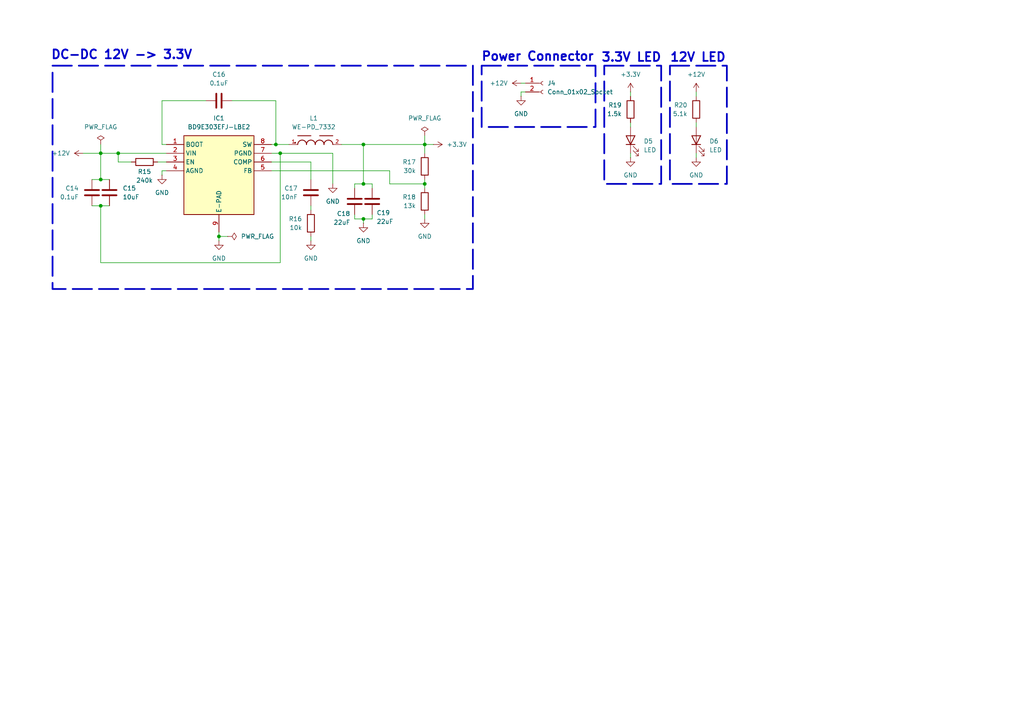
<source format=kicad_sch>
(kicad_sch (version 20231120) (generator "eeschema") (generator_version "8.0")
  (paper "A4")
  (title_block (title "Power_Rail") (date "2025-12-10") (rev "V0.1") (company "Drag0th"))
  (lib_symbols
    (symbol "Connector:Conn_01x02_Socket" (pin_names (offset 1.016) hide)
      (property "Reference" "J" (at 0 2.54 0))
      (property "Value" "Conn_01x02_Socket" (at 0 -5.08 0))
      (symbol "Conn_01x02_Socket_1_1"
        (arc (start 0 -2.032) (mid -0.5058 -2.54) (end 0 -3.048) (stroke (width 0.1524)))
        (polyline (pts (xy -1.27 -2.54) (xy -0.508 -2.54)) (stroke (width 0.1524)))
        (polyline (pts (xy -1.27 0) (xy -0.508 0)) (stroke (width 0.1524)))
        (arc (start 0 0.508) (mid -0.5058 0) (end 0 -0.508) (stroke (width 0.1524)))
        (pin passive line (at -5.08 0 0) (length 3.81) (name "Pin_1") (number "1"))
        (pin passive line (at -5.08 -2.54 0) (length 3.81) (name "Pin_2") (number "2"))
      )
    )
    (symbol "Device:C" (pin_numbers hide) (pin_names (offset 0.254))
      (property "Reference" "C" (at 0.635 2.54 0))
      (property "Value" "C" (at 0.635 -2.54 0))
      (symbol "C_0_1"
        (polyline (pts (xy -2.032 -0.762) (xy 2.032 -0.762)) (stroke (width 0.508)))
        (polyline (pts (xy -2.032 0.762) (xy 2.032 0.762)) (stroke (width 0.508)))
      )
      (symbol "C_1_1"
        (pin passive line (at 0 3.81 270) (length 2.794) (name "~") (number "1"))
        (pin passive line (at 0 -3.81 90) (length 2.794) (name "~") (number "2"))
      )
    )
    (symbol "Device:LED" (pin_numbers hide) (pin_names (offset 1.016) hide)
      (property "Reference" "D" (at 0 2.54 0))
      (property "Value" "LED" (at 0 -2.54 0))
      (symbol "LED_0_1"
        (polyline (pts (xy -1.27 -1.27) (xy -1.27 1.27)) (stroke (width 0.254)))
        (polyline (pts (xy -1.27 0) (xy 1.27 0)))
        (polyline (pts (xy 1.27 -1.27) (xy 1.27 1.27) (xy -1.27 0) (xy 1.27 -1.27)) (stroke (width 0.254)))
        (polyline (pts (xy -3.048 -0.762) (xy -4.572 -2.286) (xy -3.81 -2.286) (xy -4.572 -2.286) (xy -4.572 -1.524)))
        (polyline (pts (xy -1.778 -0.762) (xy -3.302 -2.286) (xy -2.54 -2.286) (xy -3.302 -2.286) (xy -3.302 -1.524)))
      )
      (symbol "LED_1_1"
        (pin passive line (at -3.81 0 0) (length 2.54) (name "K") (number "1"))
        (pin passive line (at 3.81 0 180) (length 2.54) (name "A") (number "2"))
      )
    )
    (symbol "Device:R" (pin_numbers hide) (pin_names (offset 0))
      (property "Reference" "R" (at 2.032 0 90))
      (property "Value" "R" (at 0 0 90))
      (symbol "R_0_1"
        (rectangle (start -1.016 -2.54) (end 1.016 2.54) (stroke (width 0.254)))
      )
      (symbol "R_1_1"
        (pin passive line (at 0 3.81 270) (length 1.27) (name "~") (number "1"))
        (pin passive line (at 0 -3.81 90) (length 1.27) (name "~") (number "2"))
      )
    )
    (symbol "KSZ_KiCad_Symbol_Library:BD9E303EFJ-LBE2"
      (property "Reference" "IC" (at 26.67 7.62 0))
      (property "Value" "BD9E303EFJ-LBE2" (at 26.67 5.08 0))
      (symbol "BD9E303EFJ-LBE2_1_1"
        (rectangle (start 5.08 2.54) (end 25.4 -20.32) (stroke (width 0.254)) (fill (type background)))
        (pin passive line (at 0 0 0) (length 5.08) (name "BOOT") (number "1"))
        (pin passive line (at 0 -2.54 0) (length 5.08) (name "VIN") (number "2"))
        (pin passive line (at 0 -5.08 0) (length 5.08) (name "EN") (number "3"))
        (pin passive line (at 0 -7.62 0) (length 5.08) (name "AGND") (number "4"))
        (pin passive line (at 30.48 -7.62 180) (length 5.08) (name "FB") (number "5"))
        (pin passive line (at 30.48 -5.08 180) (length 5.08) (name "COMP") (number "6"))
        (pin passive line (at 30.48 -2.54 180) (length 5.08) (name "PGND") (number "7"))
        (pin passive line (at 30.48 0 180) (length 5.08) (name "SW") (number "8"))
        (pin passive line (at 15.24 -25.4 90) (length 5.08) (name "E-PAD") (number "9"))
      )
    )
    (symbol "KSZ_KiCad_Symbol_Library:WE-PD_7332" (pin_names (offset 1.016))
      (property "Reference" "L" (at 0 3.81 0))
      (property "Value" "WE-PD_7332" (at 0 -2.54 0))
      (symbol "WE-PD_7332_0_0"
        (circle (center -5.842 0.508) (radius 0.127) (stroke (width 0.254)))
        (arc (start -2.54 0) (mid -3.81 1.2645) (end -5.08 0) (stroke (width 0.254)))
        (arc (start 0 0) (mid -1.27 1.2645) (end -2.54 0) (stroke (width 0.254)))
        (polyline (pts (xy -1.27 2.54) (xy -5.08 2.54)) (stroke (width 0.254)))
        (polyline (pts (xy 5.08 2.54) (xy 1.27 2.54)) (stroke (width 0.254)))
        (arc (start 2.54 0) (mid 1.27 1.2645) (end 0 0) (stroke (width 0.254)))
        (arc (start 5.08 0) (mid 3.81 1.2645) (end 2.54 0) (stroke (width 0.254)))
        (pin passive line (at -7.62 0 0) (length 2.54) (name "~") (number "1"))
        (pin passive line (at 7.62 0 180) (length 2.54) (name "~") (number "2"))
      )
    )
    (symbol "power:+12V" (power) (pin_numbers hide) (pin_names (offset 0) hide)
      (property "Value" "+12V" (at 0 3.556 0))
      (symbol "+12V_0_1"
        (polyline (pts (xy -0.762 1.27) (xy 0 2.54)))
        (polyline (pts (xy 0 0) (xy 0 2.54)))
        (polyline (pts (xy 0 2.54) (xy 0.762 1.27)))
      )
      (symbol "+12V_1_1"
        (pin power_in line (at 0 0 90) (length 0) (name "~") (number "1"))
      )
    )
    (symbol "power:+3.3V" (power) (pin_numbers hide) (pin_names (offset 0) hide)
      (property "Value" "+3.3V" (at 0 3.556 0))
      (symbol "+3.3V_0_1"
        (polyline (pts (xy -0.762 1.27) (xy 0 2.54)))
        (polyline (pts (xy 0 0) (xy 0 2.54)))
        (polyline (pts (xy 0 2.54) (xy 0.762 1.27)))
      )
      (symbol "+3.3V_1_1"
        (pin power_in line (at 0 0 90) (length 0) (name "~") (number "1"))
      )
    )
    (symbol "power:GND" (power) (pin_numbers hide) (pin_names (offset 0) hide)
      (property "Value" "GND" (at 0 -3.81 0))
      (symbol "GND_0_1"
        (polyline (pts (xy 0 0) (xy 0 -1.27) (xy 1.27 -1.27) (xy 0 -2.54) (xy -1.27 -1.27) (xy 0 -1.27)))
      )
      (symbol "GND_1_1"
        (pin power_in line (at 0 0 270) (length 0) (name "~") (number "1"))
      )
    )
    (symbol "power:PWR_FLAG" (power) (pin_numbers hide) (pin_names (offset 0) hide)
      (property "Value" "PWR_FLAG" (at 0 3.81 0))
      (symbol "PWR_FLAG_0_0"
        (pin power_out line (at 0 0 90) (length 0) (name "~") (number "1"))
      )
      (symbol "PWR_FLAG_0_1"
        (polyline (pts (xy 0 0) (xy 0 1.27) (xy -1.016 1.905) (xy 0 2.54) (xy 1.016 1.905) (xy 0 1.27)))
      )
    )
  )
  (junction (at 80.01 41.91))
  (junction (at 123.19 41.91))
  (junction (at 123.19 53.34))
  (junction (at 105.41 63.5))
  (junction (at 34.29 44.45))
  (junction (at 105.41 53.34))
  (junction (at 105.41 41.91))
  (junction (at 81.28 44.45))
  (junction (at 29.21 52.07))
  (junction (at 29.21 44.45))
  (junction (at 63.5 68.58))
  (junction (at 29.21 59.69))
  (wire (pts (xy 90.17 46.99) (xy 90.17 52.07)))
  (wire (pts (xy 29.21 41.91) (xy 29.21 44.45)))
  (wire (pts (xy 90.17 68.58) (xy 90.17 69.85)))
  (wire (pts (xy 63.5 68.58) (xy 63.5 69.85)))
  (wire (pts (xy 123.19 41.91) (xy 125.73 41.91)))
  (wire (pts (xy 67.31 29.21) (xy 80.01 29.21)))
  (wire (pts (xy 26.67 59.69) (xy 29.21 59.69)))
  (wire (pts (xy 46.99 49.53) (xy 46.99 50.8)))
  (wire (pts (xy 113.03 49.53) (xy 113.03 53.34)))
  (wire (pts (xy 29.21 52.07) (xy 31.75 52.07)))
  (wire (pts (xy 81.28 76.2) (xy 81.28 44.45)))
  (wire (pts (xy 113.03 53.34) (xy 123.19 53.34)))
  (wire (pts (xy 46.99 41.91) (xy 46.99 29.21)))
  (wire (pts (xy 201.93 26.67) (xy 201.93 27.94)))
  (wire (pts (xy 123.19 53.34) (xy 123.19 54.61)))
  (wire (pts (xy 80.01 41.91) (xy 78.74 41.91)))
  (wire (pts (xy 78.74 49.53) (xy 113.03 49.53)))
  (wire (pts (xy 26.67 52.07) (xy 29.21 52.07)))
  (wire (pts (xy 80.01 29.21) (xy 80.01 41.91)))
  (wire (pts (xy 24.13 44.45) (xy 29.21 44.45)))
  (wire (pts (xy 102.87 62.23) (xy 102.87 63.5)))
  (wire (pts (xy 123.19 39.37) (xy 123.19 41.91)))
  (wire (pts (xy 78.74 46.99) (xy 90.17 46.99)))
  (wire (pts (xy 182.88 35.56) (xy 182.88 36.83)))
  (wire (pts (xy 105.41 64.77) (xy 105.41 63.5)))
  (wire (pts (xy 45.72 46.99) (xy 48.26 46.99)))
  (wire (pts (xy 102.87 63.5) (xy 105.41 63.5)))
  (wire (pts (xy 81.28 44.45) (xy 96.52 44.45)))
  (wire (pts (xy 151.13 26.67) (xy 151.13 27.94)))
  (wire (pts (xy 48.26 49.53) (xy 46.99 49.53)))
  (wire (pts (xy 105.41 41.91) (xy 123.19 41.91)))
  (wire (pts (xy 102.87 53.34) (xy 105.41 53.34)))
  (wire (pts (xy 38.1 46.99) (xy 34.29 46.99)))
  (wire (pts (xy 29.21 44.45) (xy 29.21 52.07)))
  (wire (pts (xy 99.06 41.91) (xy 105.41 41.91)))
  (wire (pts (xy 34.29 44.45) (xy 34.29 46.99)))
  (wire (pts (xy 201.93 35.56) (xy 201.93 36.83)))
  (wire (pts (xy 29.21 59.69) (xy 29.21 76.2)))
  (wire (pts (xy 182.88 44.45) (xy 182.88 45.72)))
  (wire (pts (xy 107.95 62.23) (xy 107.95 63.5)))
  (wire (pts (xy 34.29 44.45) (xy 48.26 44.45)))
  (wire (pts (xy 46.99 29.21) (xy 59.69 29.21)))
  (wire (pts (xy 80.01 41.91) (xy 83.82 41.91)))
  (wire (pts (xy 105.41 63.5) (xy 107.95 63.5)))
  (wire (pts (xy 29.21 76.2) (xy 81.28 76.2)))
  (wire (pts (xy 48.26 41.91) (xy 46.99 41.91)))
  (wire (pts (xy 152.4 26.67) (xy 151.13 26.67)))
  (wire (pts (xy 102.87 54.61) (xy 102.87 53.34)))
  (wire (pts (xy 123.19 52.07) (xy 123.19 53.34)))
  (wire (pts (xy 105.41 53.34) (xy 107.95 53.34)))
  (wire (pts (xy 78.74 44.45) (xy 81.28 44.45)))
  (wire (pts (xy 182.88 26.67) (xy 182.88 27.94)))
  (wire (pts (xy 107.95 53.34) (xy 107.95 54.61)))
  (wire (pts (xy 63.5 67.31) (xy 63.5 68.58)))
  (wire (pts (xy 201.93 44.45) (xy 201.93 45.72)))
  (wire (pts (xy 63.5 68.58) (xy 66.04 68.58)))
  (wire (pts (xy 123.19 62.23) (xy 123.19 63.5)))
  (wire (pts (xy 29.21 59.69) (xy 31.75 59.69)))
  (wire (pts (xy 29.21 44.45) (xy 34.29 44.45)))
  (wire (pts (xy 105.41 41.91) (xy 105.41 53.34)))
  (wire (pts (xy 90.17 59.69) (xy 90.17 60.96)))
  (wire (pts (xy 151.13 24.13) (xy 152.4 24.13)))
  (wire (pts (xy 96.52 44.45) (xy 96.52 53.34)))
  (wire (pts (xy 123.19 41.91) (xy 123.19 44.45)))
  (rectangle (start 139.7 19.05) (end 172.72 36.83) (stroke (width 0.508) (type dash)))
  (rectangle (start 15.24 19.05) (end 137.16 83.82) (stroke (width 0.508) (type dash)))
  (rectangle (start 175.26 19.05) (end 191.77 53.34) (stroke (width 0.508) (type dash)))
  (rectangle (start 194.31 19.05) (end 210.82 53.34) (stroke (width 0.508) (type dash)))
  (text "12V LED" (at 202.438 16.764 0) (effects (font (size 2.54 2.54) (thickness 0.508) (bold yes))))
  (text "DC-DC 12V -> 3.3V" (at 35.306 16.002 0) (effects (font (size 2.54 2.54) (thickness 0.508) (bold yes))))
  (text "Power Connector" (at 155.956 16.51 0) (effects (font (size 2.54 2.54) (thickness 0.508) (bold yes))))
  (text "3.3V LED" (at 183.134 16.764 0) (effects (font (size 2.54 2.54) (thickness 0.508) (bold yes))))
  (symbol (lib_id "Device:C") (at 107.95 58.42 180) (unit 1)
    (property "Reference" "C19" (at 109.22 61.722 0) (effects (justify right)))
    (property "Value" "22uF" (at 109.22 64.262 0) (effects (justify right)))
    (property "Footprint" "Capacitor_SMD:C_0402_1005Metric_Pad0.74x0.62mm_HandSolder" (effects (hide yes)))
    (property "Description" "Unpolarized capacitor" (effects (hide yes)))
  )
  (symbol (lib_id "Device:R") (at 182.88 31.75 0) (mirror y) (unit 1)
    (property "Reference" "R19" (at 180.34 30.4799 0) (effects (justify left)))
    (property "Value" "1.5k" (at 180.34 33.0199 0) (effects (justify left)))
    (property "Footprint" "Resistor_SMD:R_0402_1005Metric_Pad0.72x0.64mm_HandSolder" (effects (hide yes)))
    (property "Description" "Resistor" (effects (hide yes)))
  )
  (symbol (lib_id "power:GND") (at 151.13 27.94 0) (unit 1)
    (property "Reference" "#PWR038" (effects (hide yes)))
    (property "Value" "GND" (at 151.13 33.02 0))
    (property "Description" "Power symbol creates a global label with name \"GND\" , ground" (effects (hide yes)))
  )
  (symbol (lib_id "Device:LED") (at 201.93 40.64 90) (unit 1)
    (property "Reference" "D6" (at 205.74 40.9574 90) (effects (justify right)))
    (property "Value" "LED" (at 205.74 43.4974 90) (effects (justify right)))
    (property "Footprint" "LED_SMD:LED_0603_1608Metric_Pad1.05x0.95mm_HandSolder" (effects (hide yes)))
    (property "Description" "Light emitting diode" (effects (hide yes)))
  )
  (symbol (lib_id "Device:C") (at 31.75 55.88 180) (unit 1)
    (property "Reference" "C15" (at 35.56 54.6099 0) (effects (justify right)))
    (property "Value" "10uF" (at 35.56 57.1499 0) (effects (justify right)))
    (property "Footprint" "Capacitor_SMD:C_0402_1005Metric_Pad0.74x0.62mm_HandSolder" (effects (hide yes)))
    (property "Description" "Unpolarized capacitor" (effects (hide yes)))
  )
  (symbol (lib_id "Device:R") (at 123.19 48.26 0) (mirror y) (unit 1)
    (property "Reference" "R17" (at 120.65 46.9899 0) (effects (justify left)))
    (property "Value" "30k" (at 120.65 49.5299 0) (effects (justify left)))
    (property "Footprint" "Resistor_SMD:R_0402_1005Metric_Pad0.72x0.64mm_HandSolder" (effects (hide yes)))
    (property "Description" "Resistor" (effects (hide yes)))
  )
  (symbol (lib_id "Device:C") (at 90.17 55.88 0) (mirror x) (unit 1)
    (property "Reference" "C17" (at 86.36 54.6099 0) (effects (justify right)))
    (property "Value" "10nF" (at 86.36 57.1499 0) (effects (justify right)))
    (property "Footprint" "Capacitor_SMD:C_0402_1005Metric_Pad0.74x0.62mm_HandSolder" (effects (hide yes)))
    (property "Description" "Unpolarized capacitor" (effects (hide yes)))
  )
  (symbol (lib_id "power:+12V") (at 201.93 26.67 0) (unit 1)
    (property "Reference" "#PWR048" (effects (hide yes)))
    (property "Value" "+12V" (at 201.93 21.59 0))
    (property "Description" "Power symbol creates a global label with name \"+12V\"" (effects (hide yes)))
  )
  (symbol (lib_id "power:+3.3V") (at 182.88 26.67 0) (unit 1)
    (property "Reference" "#PWR046" (effects (hide yes)))
    (property "Value" "+3.3V" (at 182.88 21.59 0))
    (property "Description" "Power symbol creates a global label with name \"+3.3V\"" (effects (hide yes)))
  )
  (symbol (lib_id "Device:R") (at 123.19 58.42 0) (mirror y) (unit 1)
    (property "Reference" "R18" (at 120.65 57.1499 0) (effects (justify left)))
    (property "Value" "13k" (at 120.65 59.6899 0) (effects (justify left)))
    (property "Footprint" "Resistor_SMD:R_0402_1005Metric_Pad0.72x0.64mm_HandSolder" (effects (hide yes)))
    (property "Description" "Resistor" (effects (hide yes)))
  )
  (symbol (lib_id "power:+12V") (at 24.13 44.45 90) (unit 1)
    (property "Reference" "#PWR042" (effects (hide yes)))
    (property "Value" "+12V" (at 20.32 44.4499 90) (effects (justify left)))
    (property "Description" "Power symbol creates a global label with name \"+12V\"" (effects (hide yes)))
  )
  (symbol (lib_id "power:GND") (at 96.52 53.34 0) (unit 1)
    (property "Reference" "#PWR041" (effects (hide yes)))
    (property "Value" "GND" (at 96.52 58.42 0))
    (property "Description" "Power symbol creates a global label with name \"GND\" , ground" (effects (hide yes)))
  )
  (symbol (lib_id "Connector:Conn_01x02_Socket") (at 157.48 24.13 0) (unit 1)
    (property "Reference" "J4" (at 158.75 24.1299 0) (effects (justify left)))
    (property "Value" "Conn_01x02_Socket" (at 158.75 26.6699 0) (effects (justify left)))
    (property "Footprint" "Connector_JST:JST_PH_S2B-PH-K_1x02_P2.00mm_Horizontal" (effects (hide yes)))
    (property "Description" "Generic connector, single row, 01x02, script generated" (effects (hide yes)))
  )
  (symbol (lib_id "power:GND") (at 63.5 69.85 0) (unit 1)
    (property "Reference" "#PWR040" (effects (hide yes)))
    (property "Value" "GND" (at 63.5 74.93 0))
    (property "Description" "Power symbol creates a global label with name \"GND\" , ground" (effects (hide yes)))
  )
  (symbol (lib_id "power:GND") (at 90.17 69.85 0) (unit 1)
    (property "Reference" "#PWR043" (effects (hide yes)))
    (property "Value" "GND" (at 90.17 74.93 0))
    (property "Description" "Power symbol creates a global label with name \"GND\" , ground" (effects (hide yes)))
  )
  (symbol (lib_id "Device:R") (at 41.91 46.99 90) (unit 1)
    (property "Reference" "R15" (at 41.91 49.784 90))
    (property "Value" "240k" (at 41.91 52.324 90))
    (property "Footprint" "Resistor_SMD:R_0603_1608Metric_Pad0.98x0.95mm_HandSolder" (effects (hide yes)))
    (property "Description" "Resistor" (effects (hide yes)))
  )
  (symbol (lib_id "Device:R") (at 201.93 31.75 0) (mirror y) (unit 1)
    (property "Reference" "R20" (at 199.39 30.4799 0) (effects (justify left)))
    (property "Value" "5.1k" (at 199.39 33.0199 0) (effects (justify left)))
    (property "Footprint" "Resistor_SMD:R_0402_1005Metric_Pad0.72x0.64mm_HandSolder" (effects (hide yes)))
    (property "Description" "Resistor" (effects (hide yes)))
  )
  (symbol (lib_id "power:PWR_FLAG") (at 29.21 41.91 0) (unit 1)
    (property "Reference" "#FLG01" (effects (hide yes)))
    (property "Value" "PWR_FLAG" (at 29.21 36.83 0))
    (property "Description" "Special symbol for telling ERC where power comes from" (effects (hide yes)))
  )
  (symbol (lib_id "power:GND") (at 123.19 63.5 0) (unit 1)
    (property "Reference" "#PWR044" (effects (hide yes)))
    (property "Value" "GND" (at 123.19 68.58 0))
    (property "Description" "Power symbol creates a global label with name \"GND\" , ground" (effects (hide yes)))
  )
  (symbol (lib_id "Device:C") (at 102.87 58.42 0) (mirror x) (unit 1)
    (property "Reference" "C18" (at 101.6 61.976 0) (effects (justify right)))
    (property "Value" "22uF" (at 101.6 64.516 0) (effects (justify right)))
    (property "Footprint" "Capacitor_SMD:C_0402_1005Metric_Pad0.74x0.62mm_HandSolder" (effects (hide yes)))
    (property "Description" "Unpolarized capacitor" (effects (hide yes)))
  )
  (symbol (lib_id "Device:C") (at 26.67 55.88 0) (mirror x) (unit 1)
    (property "Reference" "C14" (at 22.86 54.6099 0) (effects (justify right)))
    (property "Value" "0.1uF" (at 22.86 57.1499 0) (effects (justify right)))
    (property "Footprint" "Capacitor_SMD:C_0402_1005Metric_Pad0.74x0.62mm_HandSolder" (effects (hide yes)))
    (property "Description" "Unpolarized capacitor" (effects (hide yes)))
  )
  (symbol (lib_id "power:PWR_FLAG") (at 123.19 39.37 0) (unit 1)
    (property "Reference" "#FLG02" (effects (hide yes)))
    (property "Value" "PWR_FLAG" (at 123.19 34.29 0))
    (property "Description" "Special symbol for telling ERC where power comes from" (effects (hide yes)))
  )
  (symbol (lib_id "Device:LED") (at 182.88 40.64 90) (unit 1)
    (property "Reference" "D5" (at 186.69 40.9574 90) (effects (justify right)))
    (property "Value" "LED" (at 186.69 43.4974 90) (effects (justify right)))
    (property "Footprint" "LED_SMD:LED_0603_1608Metric_Pad1.05x0.95mm_HandSolder" (effects (hide yes)))
    (property "Description" "Light emitting diode" (effects (hide yes)))
  )
  (symbol (lib_id "power:+3.3V") (at 125.73 41.91 270) (unit 1)
    (property "Reference" "#PWR020" (effects (hide yes)))
    (property "Value" "+3.3V" (at 129.54 41.9099 90) (effects (justify left)))
    (property "Description" "Power symbol creates a global label with name \"+3.3V\"" (effects (hide yes)))
  )
  (symbol (lib_id "Device:C") (at 63.5 29.21 90) (unit 1)
    (property "Reference" "C16" (at 63.5 21.59 90))
    (property "Value" "0.1uF" (at 63.5 24.13 90))
    (property "Footprint" "Capacitor_SMD:C_0402_1005Metric_Pad0.74x0.62mm_HandSolder" (effects (hide yes)))
    (property "Description" "Unpolarized capacitor" (effects (hide yes)))
  )
  (symbol (lib_id "power:GND") (at 182.88 45.72 0) (unit 1)
    (property "Reference" "#PWR047" (effects (hide yes)))
    (property "Value" "GND" (at 182.88 50.8 0))
    (property "Description" "Power symbol creates a global label with name \"GND\" , ground" (effects (hide yes)))
  )
  (symbol (lib_id "power:PWR_FLAG") (at 66.04 68.58 270) (unit 1)
    (property "Reference" "#FLG03" (effects (hide yes)))
    (property "Value" "PWR_FLAG" (at 69.85 68.5799 90) (effects (justify left)))
    (property "Description" "Special symbol for telling ERC where power comes from" (effects (hide yes)))
  )
  (symbol (lib_id "KSZ_KiCad_Symbol_Library:WE-PD_7332") (at 91.44 41.91 0) (unit 1)
    (property "Reference" "L1" (at 90.9955 34.29 0))
    (property "Value" "WE-PD_7332" (at 90.9955 36.83 0))
    (property "Footprint" "KSZ_KiCad_Footprint_Library:WE-PD_7332" (effects (hide yes)))
  )
  (symbol (lib_id "KSZ_KiCad_Symbol_Library:BD9E303EFJ-LBE2") (at 48.26 41.91 0) (unit 1)
    (property "Reference" "IC1" (at 63.5 34.29 0))
    (property "Value" "BD9E303EFJ-LBE2" (at 63.5 36.83 0))
    (property "Footprint" "KSZ_KiCad_Footprint_Library:SOIC127P600X100-9N" (effects (hide yes)))
    (property "Datasheet" "https://datasheet.datasheetarchive.com/originals/distributors/DKDS-18/356155.pdf" (effects (hide yes)))
    (property "Description" "7.0V to 36V Input, 3.0A Integrated MOSFET Single Synchronous Buck DC/DC Converter: This is the product guarantees long time support in Industrial market. BD9E303EFJ-LB(E2) is a synchronous buck switching regulator with built-in power MOSFETs. It is a current mode control DC/DC converter and features high-speed transient response. Phase compensation can also be set easily." (effects (hide yes)))
    (property "Height" "1" (effects (hide yes)))
    (property "Mouser Part Number" "755-BD9E303EFJ-LBE2" (effects (hide yes)))
    (property "Mouser Price/Stock" "https://www.mouser.co.uk/ProductDetail/ROHM-Semiconductor/BD9E303EFJ-LBE2?qs=yrxrYnY23DG%2FydBOhlBQeg%3D%3D" (effects (hide yes)))
    (property "Manufacturer_Name" "ROHM Semiconductor" (effects (hide yes)))
    (property "Manufacturer_Part_Number" "BD9E303EFJ-LBE2" (effects (hide yes)))
  )
  (symbol (lib_id "power:GND") (at 46.99 50.8 0) (unit 1)
    (property "Reference" "#PWR039" (effects (hide yes)))
    (property "Value" "GND" (at 46.99 55.88 0))
    (property "Description" "Power symbol creates a global label with name \"GND\" , ground" (effects (hide yes)))
  )
  (symbol (lib_id "power:+12V") (at 151.13 24.13 90) (unit 1)
    (property "Reference" "#PWR045" (effects (hide yes)))
    (property "Value" "+12V" (at 147.32 24.1299 90) (effects (justify left)))
    (property "Description" "Power symbol creates a global label with name \"+12V\"" (effects (hide yes)))
  )
  (symbol (lib_id "power:GND") (at 201.93 45.72 0) (unit 1)
    (property "Reference" "#PWR049" (effects (hide yes)))
    (property "Value" "GND" (at 201.93 50.8 0))
    (property "Description" "Power symbol creates a global label with name \"GND\" , ground" (effects (hide yes)))
  )
  (symbol (lib_id "Device:R") (at 90.17 64.77 0) (mirror y) (unit 1)
    (property "Reference" "R16" (at 87.63 63.4999 0) (effects (justify left)))
    (property "Value" "10k" (at 87.63 66.0399 0) (effects (justify left)))
    (property "Footprint" "Resistor_SMD:R_0402_1005Metric_Pad0.72x0.64mm_HandSolder" (effects (hide yes)))
    (property "Description" "Resistor" (effects (hide yes)))
  )
  (symbol (lib_id "power:GND") (at 105.41 64.77 0) (unit 1)
    (property "Reference" "#PWR037" (effects (hide yes)))
    (property "Value" "GND" (at 105.41 69.85 0))
    (property "Description" "Power symbol creates a global label with name \"GND\" , ground" (effects (hide yes)))
  )
)
</source>
